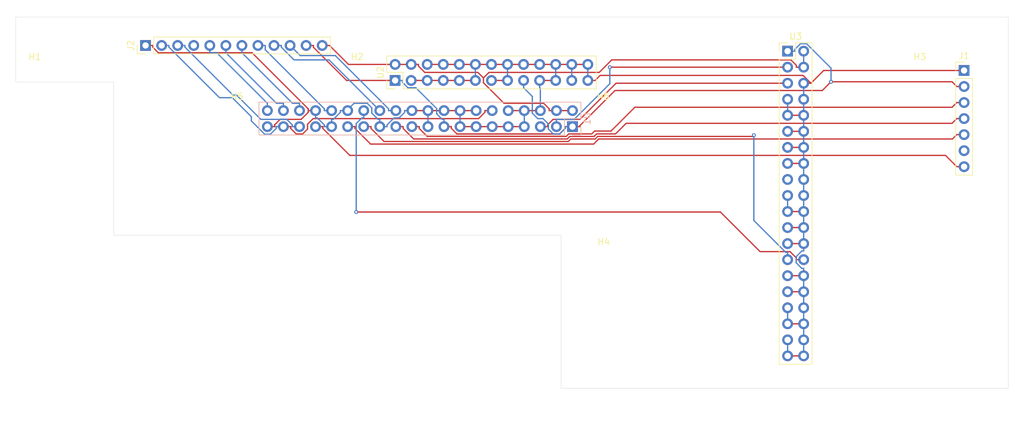
<source format=kicad_pcb>
(kicad_pcb (version 20241229) (generator "pcbnew") (generator_version "9.0")
  (layers (0 "F.Cu" signal) (4 "In1.Cu" signal) (6 "In2.Cu" signal) (2 "B.Cu" signal) (13 "F.Paste" user) (15 "B.Paste" user) (5 "F.SilkS" user "F.Silkscreen") (7 "B.SilkS" user "B.Silkscreen") (1 "F.Mask" user) (3 "B.Mask" user) (25 "Edge.Cuts" user))
  (net 0 "")
  (net 1 "/1")
  (net 2 "/2")
  (net 3 "GND")
  (net 4 "/3v3")
  (net 5 "/Power_LED")
  (net 6 "/Up")
  (net 7 "/5v")
  (net 8 "/Right")
  (net 9 "/Down")
  (net 10 "/LR_Clk")
  (net 11 "/D_In")
  (net 12 "/Left")
  (net 13 "/Start")
  (net 14 "/EEPROM SDA")
  (net 15 "/MCU SDA")
  (net 16 "/EEPROM SDL")
  (net 17 "/MCU SCL")
  (net 19 "/Volume_B")
  (net 20 "/Brightness_A")
  (net 21 "/Brightness_B")
  (net 22 "/Volume_A")
  (footprint "MountingHole:MountingHole_2.1mm" (layer "F.Cu") (at 60.9999 55.6999)
    (property "Reference" "H1" (at 0 3.3001 0) (layer "F.SilkS"))
    (property "Value" "MountingHole")
    (pad "" np_thru_hole circle (at 0 0) (size 2.1 2.1) (drill 2.1) (layers "*.Cu" "*.Mask"))
  )
  (footprint "Connector_PinHeader_2.54mm:PinHeader_2x13_P2.54mm_Vertical" (layer "F.Cu") (at 118 62.74 90)
    (property "Reference" "U2" (at 1.27 -2.33 90) (layer "F.SilkS"))
    (property "Value" "~")
    (fp_line (start 3.87 -1.33) (end 3.87 31.81) (stroke (width 0.12)) (layer "F.SilkS"))
    (fp_line (start 1.27 -1.33) (end 3.87 -1.33) (stroke (width 0.12)) (layer "F.SilkS"))
    (fp_line (start -1.33 -1.33) (end 0 -1.33) (stroke (width 0.12)) (layer "F.SilkS"))
    (fp_line (start -1.33 0) (end -1.33 -1.33) (stroke (width 0.12)) (layer "F.SilkS"))
    (fp_line (start 1.27 1.27) (end 1.27 -1.33) (stroke (width 0.12)) (layer "F.SilkS"))
    (fp_line (start -1.33 1.27) (end 1.27 1.27) (stroke (width 0.12)) (layer "F.SilkS"))
    (fp_line (start -1.33 1.27) (end -1.33 31.81) (stroke (width 0.12)) (layer "F.SilkS"))
    (fp_line (start -1.33 31.81) (end 3.87 31.81) (stroke (width 0.12)) (layer "F.SilkS"))
    (pad "1" thru_hole rect (at 0 0 90) (size 1.7 1.7) (drill 1) (layers "*.Cu" "*.Mask") (net 4 "/3v3"))
    (pad "2" thru_hole oval (at 2.54 0 90) (size 1.7 1.7) (drill 1) (layers "*.Cu" "*.Mask") (net 7 "/5v"))
    (pad "3" thru_hole oval (at 0 2.54 90) (size 1.7 1.7) (drill 1) (layers "*.Cu" "*.Mask") (net 3 "GND"))
    (pad "4" thru_hole oval (at 2.54 2.54 90) (size 1.7 1.7) (drill 1) (layers "*.Cu" "*.Mask") (net 7 "/5v"))
    (pad "5" thru_hole oval (at 0 5.08 90) (size 1.7 1.7) (drill 1) (layers "*.Cu" "*.Mask") (net 3 "GND"))
    (pad "6" thru_hole oval (at 2.54 5.08 90) (size 1.7 1.7) (drill 1) (layers "*.Cu" "*.Mask") (net 3 "GND"))
    (pad "7" thru_hole oval (at 0 7.62 90) (size 1.7 1.7) (drill 1) (layers "*.Cu" "*.Mask") (net 3 "GND"))
    (pad "8" thru_hole oval (at 2.54 7.62 90) (size 1.7 1.7) (drill 1) (layers "*.Cu" "*.Mask") (net 3 "GND"))
    (pad "9" thru_hole oval (at 0 10.16 90) (size 1.7 1.7) (drill 1) (layers "*.Cu" "*.Mask") (net 3 "GND"))
    (pad "10" thru_hole oval (at 2.54 10.16 90) (size 1.7 1.7) (drill 1) (layers "*.Cu" "*.Mask") (net 3 "GND"))
    (pad "11" thru_hole oval (at 0 12.7 90) (size 1.7 1.7) (drill 1) (layers "*.Cu" "*.Mask") (net 3 "GND"))
    (pad "12" thru_hole oval (at 2.54 12.7 90) (size 1.7 1.7) (drill 1) (layers "*.Cu" "*.Mask") (net 3 "GND"))
    (pad "13" thru_hole oval (at 0 15.24 90) (size 1.7 1.7) (drill 1) (layers "*.Cu" "*.Mask") (net 3 "GND"))
    (pad "14" thru_hole oval (at 2.54 15.24 90) (size 1.7 1.7) (drill 1) (layers "*.Cu" "*.Mask") (net 3 "GND"))
    (pad "15" thru_hole oval (at 0 17.78 90) (size 1.7 1.7) (drill 1) (layers "*.Cu" "*.Mask") (net 3 "GND"))
    (pad "16" thru_hole oval (at 2.54 17.78 90) (size 1.7 1.7) (drill 1) (layers "*.Cu" "*.Mask") (net 3 "GND"))
    (pad "17" thru_hole oval (at 0 20.32 90) (size 1.7 1.7) (drill 1) (layers "*.Cu" "*.Mask") (net 4 "/3v3"))
    (pad "18" thru_hole oval (at 2.54 20.32 90) (size 1.7 1.7) (drill 1) (layers "*.Cu" "*.Mask") (net 3 "GND"))
    (pad "19" thru_hole oval (at 0 22.86 90) (size 1.7 1.7) (drill 1) (layers "*.Cu" "*.Mask") (net 3 "GND"))
    (pad "20" thru_hole oval (at 2.54 22.86 90) (size 1.7 1.7) (drill 1) (layers "*.Cu" "*.Mask") (net 3 "GND"))
    (pad "21" thru_hole oval (at 0 25.4 90) (size 1.7 1.7) (drill 1) (layers "*.Cu" "*.Mask") (net 3 "GND"))
    (pad "22" thru_hole oval (at 2.54 25.4 90) (size 1.7 1.7) (drill 1) (layers "*.Cu" "*.Mask") (net 3 "GND"))
    (pad "23" thru_hole oval (at 0 27.94 90) (size 1.7 1.7) (drill 1) (layers "*.Cu" "*.Mask") (net 3 "GND"))
    (pad "24" thru_hole oval (at 2.54 27.94 90) (size 1.7 1.7) (drill 1) (layers "*.Cu" "*.Mask") (net 3 "GND"))
    (pad "25" thru_hole oval (at 0 30.48 90) (size 1.7 1.7) (drill 1) (layers "*.Cu" "*.Mask") (net 3 "GND"))
    (pad "26" thru_hole oval (at 2.54 30.48 90) (size 1.7 1.7) (drill 1) (layers "*.Cu" "*.Mask") (net 3 "GND"))
  )
  (footprint "MountingHole:MountingHole_2.1mm" (layer "F.Cu") (at 112 55.7)
    (property "Reference" "H2" (at 0 3.3 0) (layer "F.SilkS"))
    (property "Value" "MountingHole")
    (pad "" np_thru_hole circle (at 0 0) (size 2.1 2.1) (drill 2.1) (layers "*.Cu" "*.Mask"))
  )
  (footprint "Connector_PinHeader_2.54mm:PinHeader_2x20_P2.54mm_Vertical" (layer "F.Cu") (at 180.0835 58.1)
    (property "Reference" "U3" (at 1.27 -2.33 0) (layer "F.SilkS"))
    (property "Value" "~")
    (fp_line (start -1.33 -1.33) (end 0 -1.33) (stroke (width 0.12)) (layer "F.SilkS"))
    (fp_line (start -1.33 0) (end -1.33 -1.33) (stroke (width 0.12)) (layer "F.SilkS"))
    (fp_line (start -1.33 1.27) (end -1.33 49.59) (stroke (width 0.12)) (layer "F.SilkS"))
    (fp_line (start -1.33 1.27) (end 1.27 1.27) (stroke (width 0.12)) (layer "F.SilkS"))
    (fp_line (start -1.33 49.59) (end 3.87 49.59) (stroke (width 0.12)) (layer "F.SilkS"))
    (fp_line (start 1.27 -1.33) (end 3.87 -1.33) (stroke (width 0.12)) (layer "F.SilkS"))
    (fp_line (start 1.27 1.27) (end 1.27 -1.33) (stroke (width 0.12)) (layer "F.SilkS"))
    (fp_line (start 3.87 -1.33) (end 3.87 49.59) (stroke (width 0.12)) (layer "F.SilkS"))
    (pad "1" thru_hole rect (at 0 0) (size 1.7 1.7) (drill 1) (layers "*.Cu" "*.Mask") (net 4 "/3v3"))
    (pad "2" thru_hole oval (at 2.54 0) (size 1.7 1.7) (drill 1) (layers "*.Cu" "*.Mask") (net 7 "/5v"))
    (pad "3" thru_hole oval (at 0 2.54) (size 1.7 1.7) (drill 1) (layers "*.Cu" "*.Mask") (net 15 "/MCU SDA"))
    (pad "4" thru_hole oval (at 2.54 2.54) (size 1.7 1.7) (drill 1) (layers "*.Cu" "*.Mask") (net 7 "/5v"))
    (pad "5" thru_hole oval (at 0 5.08) (size 1.7 1.7) (drill 1) (layers "*.Cu" "*.Mask") (net 17 "/MCU SCL"))
    (pad "6" thru_hole oval (at 2.54 5.08) (size 1.7 1.7) (drill 1) (layers "*.Cu" "*.Mask") (net 3 "GND"))
    (pad "7" thru_hole oval (at 0 7.62) (size 1.7 1.7) (drill 1) (layers "*.Cu" "*.Mask") (net 3 "GND"))
    (pad "8" thru_hole oval (at 2.54 7.62) (size 1.7 1.7) (drill 1) (layers "*.Cu" "*.Mask") (net 3 "GND"))
    (pad "9" thru_hole oval (at 0 10.16) (size 1.7 1.7) (drill 1) (layers "*.Cu" "*.Mask") (net 3 "GND"))
    (pad "10" thru_hole oval (at 2.54 10.16) (size 1.7 1.7) (drill 1) (layers "*.Cu" "*.Mask") (net 3 "GND"))
    (pad "11" thru_hole oval (at 0 12.7) (size 1.7 1.7) (drill 1) (layers "*.Cu" "*.Mask") (net 3 "GND"))
    (pad "12" thru_hole oval (at 2.54 12.7) (size 1.7 1.7) (drill 1) (layers "*.Cu" "*.Mask") (net 3 "GND"))
    (pad "13" thru_hole oval (at 0 15.24) (size 1.7 1.7) (drill 1) (layers "*.Cu" "*.Mask") (net 3 "GND"))
    (pad "14" thru_hole oval (at 2.54 15.24) (size 1.7 1.7) (drill 1) (layers "*.Cu" "*.Mask") (net 3 "GND"))
    (pad "15" thru_hole oval (at 0 17.78) (size 1.7 1.7) (drill 1) (layers "*.Cu" "*.Mask") (net 3 "GND"))
    (pad "16" thru_hole oval (at 2.54 17.78) (size 1.7 1.7) (drill 1) (layers "*.Cu" "*.Mask") (net 3 "GND"))
    (pad "17" thru_hole oval (at 0 20.32) (size 1.7 1.7) (drill 1) (layers "*.Cu" "*.Mask"))
    (pad "18" thru_hole oval (at 2.54 20.32) (size 1.7 1.7) (drill 1) (layers "*.Cu" "*.Mask") (net 3 "GND"))
    (pad "19" thru_hole oval (at 0 22.86) (size 1.7 1.7) (drill 1) (layers "*.Cu" "*.Mask") (net 3 "GND"))
    (pad "20" thru_hole oval (at 2.54 22.86) (size 1.7 1.7) (drill 1) (layers "*.Cu" "*.Mask") (net 3 "GND"))
    (pad "21" thru_hole oval (at 0 25.4) (size 1.7 1.7) (drill 1) (layers "*.Cu" "*.Mask") (net 3 "GND"))
    (pad "22" thru_hole oval (at 2.54 25.4) (size 1.7 1.7) (drill 1) (layers "*.Cu" "*.Mask") (net 3 "GND"))
    (pad "23" thru_hole oval (at 0 27.94) (size 1.7 1.7) (drill 1) (layers "*.Cu" "*.Mask") (net 3 "GND"))
    (pad "24" thru_hole oval (at 2.54 27.94) (size 1.7 1.7) (drill 1) (layers "*.Cu" "*.Mask") (net 3 "GND"))
    (pad "25" thru_hole oval (at 0 30.48) (size 1.7 1.7) (drill 1) (layers "*.Cu" "*.Mask") (net 3 "GND"))
    (pad "26" thru_hole oval (at 2.54 30.48) (size 1.7 1.7) (drill 1) (layers "*.Cu" "*.Mask") (net 3 "GND"))
    (pad "27" thru_hole oval (at 0 33.02) (size 1.7 1.7) (drill 1) (layers "*.Cu" "*.Mask") (net 14 "/EEPROM SDA"))
    (pad "28" thru_hole oval (at 2.54 33.02) (size 1.7 1.7) (drill 1) (layers "*.Cu" "*.Mask") (net 16 "/EEPROM SDL"))
    (pad "29" thru_hole oval (at 0 35.56) (size 1.7 1.7) (drill 1) (layers "*.Cu" "*.Mask") (net 3 "GND"))
    (pad "30" thru_hole oval (at 2.54 35.56) (size 1.7 1.7) (drill 1) (layers "*.Cu" "*.Mask") (net 3 "GND"))
    (pad "31" thru_hole oval (at 0 38.1) (size 1.7 1.7) (drill 1) (layers "*.Cu" "*.Mask") (net 3 "GND"))
    (pad "32" thru_hole oval (at 2.54 38.1) (size 1.7 1.7) (drill 1) (layers "*.Cu" "*.Mask") (net 3 "GND"))
    (pad "33" thru_hole oval (at 0 40.64) (size 1.7 1.7) (drill 1) (layers "*.Cu" "*.Mask") (net 3 "GND"))
    (pad "34" thru_hole oval (at 2.54 40.64) (size 1.7 1.7) (drill 1) (layers "*.Cu" "*.Mask") (net 3 "GND"))
    (pad "35" thru_hole oval (at 0 43.18) (size 1.7 1.7) (drill 1) (layers "*.Cu" "*.Mask") (net 3 "GND"))
    (pad "36" thru_hole oval (at 2.54 43.18) (size 1.7 1.7) (drill 1) (layers "*.Cu" "*.Mask") (net 3 "GND"))
    (pad "37" thru_hole oval (at 0 45.72) (size 1.7 1.7) (drill 1) (layers "*.Cu" "*.Mask") (net 3 "GND"))
    (pad "38" thru_hole oval (at 2.54 45.72) (size 1.7 1.7) (drill 1) (layers "*.Cu" "*.Mask") (net 3 "GND"))
    (pad "39" thru_hole oval (at 0 48.26) (size 1.7 1.7) (drill 1) (layers "*.Cu" "*.Mask") (net 3 "GND"))
    (pad "40" thru_hole oval (at 2.54 48.26) (size 1.7 1.7) (drill 1) (layers "*.Cu" "*.Mask") (net 3 "GND"))
  )
  (footprint "Connector_PinHeader_2.54mm:PinHeader_1x12_P2.54mm_Vertical" (layer "F.Cu") (at 78.525 57.2 90)
    (property "Reference" "J2" (at 0 -2.33 90) (layer "F.SilkS"))
    (property "Value" "Conn_01x12_Pin")
    (fp_line (start -1.33 -1.33) (end 0 -1.33) (stroke (width 0.12)) (layer "F.SilkS"))
    (fp_line (start -1.33 0) (end -1.33 -1.33) (stroke (width 0.12)) (layer "F.SilkS"))
    (fp_line (start 1.33 1.27) (end 1.33 29.27) (stroke (width 0.12)) (layer "F.SilkS"))
    (fp_line (start -1.33 1.27) (end 1.33 1.27) (stroke (width 0.12)) (layer "F.SilkS"))
    (fp_line (start -1.33 1.27) (end -1.33 29.27) (stroke (width 0.12)) (layer "F.SilkS"))
    (fp_line (start -1.33 29.27) (end 1.33 29.27) (stroke (width 0.12)) (layer "F.SilkS"))
    (pad "1" thru_hole rect (at 0 0 90) (size 1.7 1.7) (drill 1) (layers "*.Cu" "*.Mask") (net 3 "GND"))
    (pad "2" thru_hole oval (at 0 2.54 90) (size 1.7 1.7) (drill 1) (layers "*.Cu" "*.Mask") (net 19 "/Volume_B"))
    (pad "3" thru_hole oval (at 0 5.08 90) (size 1.7 1.7) (drill 1) (layers "*.Cu" "*.Mask") (net 10 "/LR_Clk"))
    (pad "4" thru_hole oval (at 0 7.62 90) (size 1.7 1.7) (drill 1) (layers "*.Cu" "*.Mask") (net 22 "/Volume_A"))
    (pad "5" thru_hole oval (at 0 10.16 90) (size 1.7 1.7) (drill 1) (layers "*.Cu" "*.Mask") (net 11 "/D_In"))
    (pad "6" thru_hole oval (at 0 12.7 90) (size 1.7 1.7) (drill 1) (layers "*.Cu" "*.Mask") (net 6 "/Up"))
    (pad "7" thru_hole oval (at 0 15.24 90) (size 1.7 1.7) (drill 1) (layers "*.Cu" "*.Mask") (net 12 "/Left"))
    (pad "8" thru_hole oval (at 0 17.78 90) (size 1.7 1.7) (drill 1) (layers "*.Cu" "*.Mask") (net 8 "/Right"))
    (pad "9" thru_hole oval (at 0 20.32 90) (size 1.7 1.7) (drill 1) (layers "*.Cu" "*.Mask") (net 9 "/Down"))
    (pad "10" thru_hole oval (at 0 22.86 90) (size 1.7 1.7) (drill 1) (layers "*.Cu" "*.Mask") (net 5 "/Power_LED"))
    (pad "11" thru_hole oval (at 0 25.4 90) (size 1.7 1.7) (drill 1) (layers "*.Cu" "*.Mask") (net 4 "/3v3"))
    (pad "12" thru_hole oval (at 0 27.94 90) (size 1.7 1.7) (drill 1) (layers "*.Cu" "*.Mask") (net 7 "/5v"))
  )
  (footprint "Connector_PinHeader_2.54mm:PinHeader_1x07_P2.54mm_Vertical" (layer "F.Cu") (at 208 61.16)
    (property "Reference" "J1" (at 0 -2.33 0) (layer "F.SilkS"))
    (property "Value" "Conn_01x07_Pin")
    (fp_line (start -1.33 -1.33) (end 0 -1.33) (stroke (width 0.12)) (layer "F.SilkS"))
    (fp_line (start -1.33 0) (end -1.33 -1.33) (stroke (width 0.12)) (layer "F.SilkS"))
    (fp_line (start -1.33 1.27) (end -1.33 16.57) (stroke (width 0.12)) (layer "F.SilkS"))
    (fp_line (start -1.33 1.27) (end 1.33 1.27) (stroke (width 0.12)) (layer "F.SilkS"))
    (fp_line (start -1.33 16.57) (end 1.33 16.57) (stroke (width 0.12)) (layer "F.SilkS"))
    (fp_line (start 1.33 1.27) (end 1.33 16.57) (stroke (width 0.12)) (layer "F.SilkS"))
    (pad "1" thru_hole rect (at 0 0) (size 1.7 1.7) (drill 1) (layers "*.Cu" "*.Mask") (net 3 "GND"))
    (pad "2" thru_hole oval (at 0 2.54) (size 1.7 1.7) (drill 1) (layers "*.Cu" "*.Mask") (net 4 "/3v3"))
    (pad "3" thru_hole oval (at 0 5.08) (size 1.7 1.7) (drill 1) (layers "*.Cu" "*.Mask") (net 13 "/Start"))
    (pad "4" thru_hole oval (at 0 7.62) (size 1.7 1.7) (drill 1) (layers "*.Cu" "*.Mask") (net 2 "/2"))
    (pad "5" thru_hole oval (at 0 10.16) (size 1.7 1.7) (drill 1) (layers "*.Cu" "*.Mask") (net 1 "/1"))
    (pad "6" thru_hole oval (at 0 12.7) (size 1.7 1.7) (drill 1) (layers "*.Cu" "*.Mask") (net 21 "/Brightness_B"))
    (pad "7" thru_hole oval (at 0 15.24) (size 1.7 1.7) (drill 1) (layers "*.Cu" "*.Mask") (net 20 "/Brightness_A"))
  )
  (footprint "MountingHole:MountingHole_2.5mm" (layer "F.Cu") (at 151 91.8)
    (property "Reference" "H4" (at 0 -3.5 0) (layer "F.SilkS"))
    (property "Value" "MountingHole")
    (pad "" np_thru_hole circle (at 0 0) (size 2.5 2.5) (drill 2.5) (layers "*.Cu" "*.Mask"))
  )
  (footprint "MountingHole:MountingHole_2.5mm" (layer "F.Cu") (at 150.9 68.8)
    (property "Reference" "H6" (at 0 -3.5 0) (layer "F.SilkS"))
    (property "Value" "MountingHole")
    (pad "" np_thru_hole circle (at 0 0) (size 2.5 2.5) (drill 2.5) (layers "*.Cu" "*.Mask"))
  )
  (footprint "MountingHole:MountingHole_2.1mm" (layer "F.Cu") (at 201 55.7)
    (property "Reference" "H3" (at 0 3.3 0) (layer "F.SilkS"))
    (property "Value" "MountingHole")
    (pad "" np_thru_hole circle (at 0 0) (size 2.1 2.1) (drill 2.1) (layers "*.Cu" "*.Mask"))
  )
  (footprint "MountingHole:MountingHole_2.5mm" (layer "F.Cu") (at 93 68.8)
    (property "Reference" "H5" (at 0 -3.5 0) (layer "F.SilkS"))
    (property "Value" "MountingHole")
    (pad "" np_thru_hole circle (at 0 0) (size 2.5 2.5) (drill 2.5) (layers "*.Cu" "*.Mask"))
  )
  (footprint "Connector_PinHeader_2.54mm:PinHeader_2x20_P2.54mm_Vertical" (layer "B.Cu") (at 146.0541 70.054 90)
    (property "Reference" "U1" (at 1.27 2.33 90) (layer "B.SilkS") (effects (justify mirror)))
    (property "Value" "~")
    (fp_line (start 3.87 -49.59) (end -1.33 -49.59) (stroke (width 0.12)) (layer "B.SilkS"))
    (fp_line (start 3.87 -49.59) (end 3.87 1.33) (stroke (width 0.12)) (layer "B.SilkS"))
    (fp_line (start -1.33 -49.59) (end -1.33 -1.27) (stroke (width 0.12)) (layer "B.SilkS"))
    (fp_line (start 1.27 -1.27) (end -1.33 -1.27) (stroke (width 0.12)) (layer "B.SilkS"))
    (fp_line (start 3.87 1.33) (end 1.27 1.33) (stroke (width 0.12)) (layer "B.SilkS"))
    (fp_line (start 1.27 1.33) (end 1.27 -1.27) (stroke (width 0.12)) (layer "B.SilkS"))
    (fp_line (start 0 1.33) (end -1.33 1.33) (stroke (width 0.12)) (layer "B.SilkS"))
    (fp_line (start -1.33 1.33) (end -1.33 0) (stroke (width 0.12)) (layer "B.SilkS"))
    (pad "1" thru_hole rect (at 0 0 90) (size 1.7 1.7) (drill 1) (layers "*.Cu" "*.Mask") (net 4 "/3v3"))
    (pad "2" thru_hole oval (at 2.54 0 90) (size 1.7 1.7) (drill 1) (layers "*.Cu" "*.Mask") (net 7 "/5v"))
    (pad "3" thru_hole oval (at 0 -2.54 90) (size 1.7 1.7) (drill 1) (layers "*.Cu" "*.Mask") (net 15 "/MCU SDA"))
    (pad "4" thru_hole oval (at 2.54 -2.54 90) (size 1.7 1.7) (drill 1) (layers "*.Cu" "*.Mask") (net 7 "/5v"))
    (pad "5" thru_hole oval (at 0 -5.08 90) (size 1.7 1.7) (drill 1) (layers "*.Cu" "*.Mask") (net 17 "/MCU SCL"))
    (pad "6" thru_hole oval (at 2.54 -5.08 90) (size 1.7 1.7) (drill 1) (layers "*.Cu" "*.Mask") (net 3 "GND"))
    (pad "7" thru_hole oval (at 0 -7.62 90) (size 1.7 1.7) (drill 1) (layers "*.Cu" "*.Mask") (net 3 "GND"))
    (pad "8" thru_hole oval (at 2.54 -7.62 90) (size 1.7 1.7) (drill 1) (layers "*.Cu" "*.Mask") (net 3 "GND"))
    (pad "9" thru_hole oval (at 0 -10.16 90) (size 1.7 1.7) (drill 1) (layers "*.Cu" "*.Mask") (net 3 "GND"))
    (pad "10" thru_hole oval (at 2.54 -10.16 90) (size 1.7 1.7) (drill 1) (layers "*.Cu" "*.Mask") (net 3 "GND"))
    (pad "11" thru_hole oval (at 0 -12.7 90) (size 1.7 1.7) (drill 1) (layers "*.Cu" "*.Mask") (net 3 "GND"))
    (pad "12" thru_hole oval (at 2.54 -12.7 90) (size 1.7 1.7) (drill 1) (layers "*.Cu" "*.Mask") (net 19 "/Volume_B"))
    (pad "13" thru_hole oval (at 0 -15.24 90) (size 1.7 1.7) (drill 1) (layers "*.Cu" "*.Mask") (net 3 "GND"))
    (pad "14" thru_hole oval (at 2.54 -15.24 90) (size 1.7 1.7) (drill 1) (layers "*.Cu" "*.Mask") (net 3 "GND"))
    (pad "15" thru_hole oval (at 0 -17.78 90) (size 1.7 1.7) (drill 1) (layers "*.Cu" "*.Mask") (net 3 "GND"))
    (pad "16" thru_hole oval (at 2.54 -17.78 90) (size 1.7 1.7) (drill 1) (layers "*.Cu" "*.Mask") (net 3 "GND"))
    (pad "17" thru_hole oval (at 0 -20.32 90) (size 1.7 1.7) (drill 1) (layers "*.Cu" "*.Mask") (net 4 "/3v3"))
    (pad "18" thru_hole oval (at 2.54 -20.32 90) (size 1.7 1.7) (drill 1) (layers "*.Cu" "*.Mask") (net 3 "GND"))
    (pad "19" thru_hole oval (at 0 -22.86 90) (size 1.7 1.7) (drill 1) (layers "*.Cu" "*.Mask") (net 3 "GND"))
    (pad "20" thru_hole oval (at 2.54 -22.86 90) (size 1.7 1.7) (drill 1) (layers "*.Cu" "*.Mask") (net 3 "GND"))
    (pad "21" thru_hole oval (at 0 -25.4 90) (size 1.7 1.7) (drill 1) (layers "*.Cu" "*.Mask") (net 13 "/Start"))
    (pad "22" thru_hole oval (at 2.54 -25.4 90) (size 1.7 1.7) (drill 1) (layers "*.Cu" "*.Mask") (net 3 "GND"))
    (pad "23" thru_hole oval (at 0 -27.94 90) (size 1.7 1.7) (drill 1) (layers "*.Cu" "*.Mask") (net 2 "/2"))
    (pad "24" thru_hole oval (at 2.54 -27.94 90) (size 1.7 1.7) (drill 1) (layers "*.Cu" "*.Mask") (net 5 "/Power_LED"))
    (pad "25" thru_hole oval (at 0 -30.48 90) (size 1.7 1.7) (drill 1) (layers "*.Cu" "*.Mask") (net 3 "GND"))
    (pad "26" thru_hole oval (at 2.54 -30.48 90) (size 1.7 1.7) (drill 1) (layers "*.Cu" "*.Mask") (net 9 "/Down"))
    (pad "27" thru_hole oval (at 0 -33.02 90) (size 1.7 1.7) (drill 1) (layers "*.Cu" "*.Mask") (net 14 "/EEPROM SDA"))
    (pad "28" thru_hole oval (at 2.54 -33.02 90) (size 1.7 1.7) (drill 1) (layers "*.Cu" "*.Mask") (net 16 "/EEPROM SDL"))
    (pad "29" thru_hole oval (at 0 -35.56 90) (size 1.7 1.7) (drill 1) (layers "*.Cu" "*.Mask") (net 1 "/1"))
    (pad "30" thru_hole oval (at 2.54 -35.56 90) (size 1.7 1.7) (drill 1) (layers "*.Cu" "*.Mask") (net 3 "GND"))
    (pad "31" thru_hole oval (at 0 -38.1 90) (size 1.7 1.7) (drill 1) (layers "*.Cu" "*.Mask") (net 3 "GND"))
    (pad "32" thru_hole oval (at 2.54 -38.1 90) (size 1.7 1.7) (drill 1) (layers "*.Cu" "*.Mask") (net 8 "/Right"))
    (pad "33" thru_hole oval (at 0 -40.64 90) (size 1.7 1.7) (drill 1) (layers "*.Cu" "*.Mask") (net 20 "/Brightness_A"))
    (pad "34" thru_hole oval (at 2.54 -40.64 90) (size 1.7 1.7) (drill 1) (layers "*.Cu" "*.Mask") (net 3 "GND"))
    (pad "35" thru_hole oval (at 0 -43.18 90) (size 1.7 1.7) (drill 1) (layers "*.Cu" "*.Mask") (net 10 "/LR_Clk"))
    (pad "36" thru_hole oval (at 2.54 -43.18 90) (size 1.7 1.7) (drill 1) (layers "*.Cu" "*.Mask") (net 12 "/Left"))
    (pad "37" thru_hole oval (at 0 -45.72 90) (size 1.7 1.7) (drill 1) (layers "*.Cu" "*.Mask") (net 19 "/Volume_B"))
    (pad "38" thru_hole oval (at 2.54 -45.72 90) (size 1.7 1.7) (drill 1) (layers "*.Cu" "*.Mask") (net 6 "/Up"))
    (pad "39" thru_hole oval (at 0 -48.26 90) (size 1.7 1.7) (drill 1) (layers "*.Cu" "*.Mask") (net 3 "GND"))
    (pad "40" thru_hole oval (at 2.54 -48.26 90) (size 1.7 1.7) (drill 1) (layers "*.Cu" "*.Mask") (net 11 "/D_In"))
  )
  (gr_line (start 215 52.7) (end 215 111.5) (stroke (width 0.05)) (layer "Edge.Cuts"))
  (gr_line (start 73.5 87.25) (end 144.250111 87.25) (stroke (width 0.05)) (layer "Edge.Cuts"))
  (gr_line (start 144.250111 87.25) (end 144.25 111.5) (stroke (width 0.05)) (layer "Edge.Cuts"))
  (gr_line (start 73.5 63) (end 73.5 87.25) (stroke (width 0.05)) (layer "Edge.Cuts"))
  (gr_line (start 57.9999 52.7002) (end 215 52.7) (stroke (width 0.05)) (layer "Edge.Cuts"))
  (gr_line (start 215 111.5) (end 144.25 111.5) (stroke (width 0.05)) (layer "Edge.Cuts"))
  (gr_line (start 57.9999 52.7002) (end 57.9999 63) (stroke (width 0.05)) (layer "Edge.Cuts"))
  (gr_line (start 57.9999 63) (end 73.5 63) (stroke (width 0.05)) (layer "Edge.Cuts"))
  (segment (start 111.6458 70.054) (end 111.6458 70.3419) (width 0.2) (layer "F.Cu") (net 1))
  (segment (start 111.6458 70.3419) (end 114.1164 72.8125) (width 0.2) (layer "F.Cu") (net 1))
  (segment (start 208 71.32) (end 206.8483 71.32) (width 0.2) (layer "F.Cu") (net 1))
  (segment (start 114.1164 72.8125) (end 149.3974 72.8125) (width 0.2) (layer "F.Cu") (net 1))
  (segment (start 149.3974 72.8125) (end 150.1993 72.0106) (width 0.2) (layer "F.Cu") (net 1))
  (segment (start 206.1577 72.0106) (end 206.8483 71.32) (width 0.2) (layer "F.Cu") (net 1))
  (segment (start 110.4941 70.054) (end 111.6458 70.054) (width 0.2) (layer "F.Cu") (net 1))
  (segment (start 150.1993 72.0106) (end 206.1577 72.0106) (width 0.2) (layer "F.Cu") (net 1))
  (segment (start 119.2658 70.054) (end 119.2658 70.342) (width 0.2) (layer "F.Cu") (net 2))
  (segment (start 118.1141 70.054) (end 119.2658 70.054) (width 0.2) (layer "F.Cu") (net 2))
  (segment (start 206.0983 69.53) (end 206.8483 68.78) (width 0.2) (layer "F.Cu") (net 2))
  (segment (start 208 68.78) (end 206.8483 68.78) (width 0.2) (layer "F.Cu") (net 2))
  (segment (start 152.8679 71.2058) (end 154.5437 69.53) (width 0.2) (layer "F.Cu") (net 2))
  (segment (start 145.6273 71.6074) (end 149.4665 71.6074) (width 0.2) (layer "F.Cu") (net 2))
  (segment (start 154.5437 69.53) (end 206.0983 69.53) (width 0.2) (layer "F.Cu") (net 2))
  (segment (start 145.2256 72.0091) (end 145.6273 71.6074) (width 0.2) (layer "F.Cu") (net 2))
  (segment (start 119.2658 70.342) (end 120.9329 72.0091) (width 0.2) (layer "F.Cu") (net 2))
  (segment (start 120.9329 72.0091) (end 145.2256 72.0091) (width 0.2) (layer "F.Cu") (net 2))
  (segment (start 149.4665 71.6074) (end 149.8681 71.2058) (width 0.2) (layer "F.Cu") (net 2))
  (segment (start 149.8681 71.2058) (end 152.8679 71.2058) (width 0.2) (layer "F.Cu") (net 2))
  (segment (start 105.4141 67.514) (end 104.2624 67.514) (width 0.2) (layer "F.Cu") (net 3))
  (segment (start 120.6541 67.514) (end 123.1941 67.514) (width 0.2) (layer "F.Cu") (net 3))
  (segment (start 78.525 57.2) (end 79.6767 57.2) (width 0.2) (layer "F.Cu") (net 3))
  (segment (start 130.7 62.74) (end 128.16 62.74) (width 0.2) (layer "F.Cu") (net 3))
  (segment (start 182.6235 75.88) (end 180.0835 75.88) (width 0.2) (layer "F.Cu") (net 3))
  (segment (start 79.6767 57.488) (end 80.5404 58.3517) (width 0.2) (layer "F.Cu") (net 3))
  (segment (start 182.4792 61.9422) (end 150.4295 61.9422) (width 0.2) (layer "F.Cu") (net 3))
  (segment (start 125.62 60.2) (end 128.16 60.2) (width 0.2) (layer "F.Cu") (net 3))
  (segment (start 123.08 62.74) (end 120.54 62.74) (width 0.2) (layer "F.Cu") (net 3))
  (segment (start 182.6235 73.34) (end 180.0835 73.34) (width 0.2) (layer "F.Cu") (net 3))
  (segment (start 185.7952 61.16) (end 183.7752 63.18) (width 0.2) (layer "F.Cu") (net 3))
  (segment (start 133.3541 70.054) (end 135.8941 70.054) (width 0.2) (layer "F.Cu") (net 3))
  (segment (start 98.9458 69.766) (end 99.8095 68.9023) (width 0.2) (layer "F.Cu") (net 3))
  (segment (start 208 61.16) (end 185.7952 61.16) (width 0.2) (layer "F.Cu") (net 3))
  (segment (start 128.16 62.74) (end 125.62 62.74) (width 0.2) (layer "F.Cu") (net 3))
  (segment (start 135.78 60.2) (end 133.24 60.2) (width 0.2) (layer "F.Cu") (net 3))
  (segment (start 128.2741 70.054) (end 130.8141 70.054) (width 0.2) (layer "F.Cu") (net 3))
  (segment (start 143.4 60.2) (end 140.86 60.2) (width 0.2) (layer "F.Cu") (net 3))
  (segment (start 148.48 62.74) (end 149.6317 62.74) (width 0.2) (layer "F.Cu") (net 3))
  (segment (start 183.7752 63.18) (end 182.625 62.0298) (width 0.2) (layer "F.Cu") (net 3))
  (segment (start 123.08 60.2) (end 125.62 60.2) (width 0.2) (layer "F.Cu") (net 3))
  (segment (start 125.7341 67.514) (end 128.2741 67.514) (width 0.2) (layer "F.Cu") (net 3))
  (segment (start 150.4295 61.9422) (end 149.6317 62.74) (width 0.2) (layer "F.Cu") (net 3))
  (segment (start 98.9458 70.054) (end 98.9458 69.766) (width 0.2) (layer "F.Cu") (net 3))
  (segment (start 145.94 60.2) (end 143.4 60.2) (width 0.2) (layer "F.Cu") (net 3))
  (segment (start 182.6235 88.58) (end 180.0835 88.58) (width 0.2) (layer "F.Cu") (net 3))
  (segment (start 182.625 62.0298) (end 182.5668 62.0298) (width 0.2) (layer "F.Cu") (net 3))
  (segment (start 135.78 62.74) (end 133.24 62.74) (width 0.2) (layer "F.Cu") (net 3))
  (segment (start 125.62 62.74) (end 123.08 62.74) (width 0.2) (layer "F.Cu") (net 3))
  (segment (start 182.6235 101.28) (end 180.0835 101.28) (width 0.2) (layer "F.Cu") (net 3))
  (segment (start 128.2741 67.514) (end 130.8141 67.514) (width 0.2) (layer "F.Cu") (net 3))
  (segment (start 123.1941 67.514) (end 125.7341 67.514) (width 0.2) (layer "F.Cu") (net 3))
  (segment (start 99.8095 68.9023) (end 103.1385 68.9023) (width 0.2) (layer "F.Cu") (net 3))
  (segment (start 130.7 60.2) (end 128.16 60.2) (width 0.2) (layer "F.Cu") (net 3))
  (segment (start 135.8941 70.054) (end 138.4341 70.054) (width 0.2) (layer "F.Cu") (net 3))
  (segment (start 182.6235 93.66) (end 180.0835 93.66) (width 0.2) (layer "F.Cu") (net 3))
  (segment (start 182.6235 86.04) (end 180.0835 86.04) (width 0.2) (layer "F.Cu") (net 3))
  (segment (start 148.48 60.2) (end 145.94 60.2) (width 0.2) (layer "F.Cu") (net 3))
  (segment (start 182.6235 83.5) (end 180.0835 83.5) (width 0.2) (layer "F.Cu") (net 3))
  (segment (start 182.5668 62.0298) (end 182.4792 61.9422) (width 0.2) (layer "F.Cu") (net 3))
  (segment (start 79.6767 57.2) (end 79.6767 57.488) (width 0.2) (layer "F.Cu") (net 3))
  (segment (start 140.86 60.2) (end 138.32 60.2) (width 0.2) (layer "F.Cu") (net 3))
  (segment (start 138.32 60.2) (end 135.78 60.2) (width 0.2) (layer "F.Cu") (net 3))
  (segment (start 135.8941 67.514) (end 138.4341 67.514) (width 0.2) (layer "F.Cu") (net 3))
  (segment (start 104.2624 67.2455) (end 104.2624 67.514) (width 0.2) (layer "F.Cu") (net 3))
  (segment (start 182.6235 70.8) (end 180.0835 70.8) (width 0.2) (layer "F.Cu") (net 3))
  (segment (start 182.6235 106.36) (end 180.0835 106.36) (width 0.2) (layer "F.Cu") (net 3))
  (segment (start 182.6235 63.18) (end 183.7752 63.18) (width 0.2) (layer "F.Cu") (net 3))
  (segment (start 104.2624 67.7784) (end 104.2624 67.514) (width 0.2) (layer "F.Cu") (net 3))
  (segment (start 143.4 62.74) (end 140.86 62.74) (width 0.2) (layer "F.Cu") (net 3))
  (segment (start 182.6235 68.26) (end 180.0835 68.26) (width 0.2) (layer "F.Cu") (net 3))
  (segment (start 103.1385 68.9023) (end 104.2624 67.7784) (width 0.2) (layer "F.Cu") (net 3))
  (segment (start 95.3686 58.3517) (end 104.2624 67.2455) (width 0.2) (layer "F.Cu") (net 3))
  (segment (start 97.7941 70.054) (end 98.9458 70.054) (width 0.2) (layer "F.Cu") (net 3))
  (segment (start 180.0835 96.2) (end 182.6235 96.2) (width 0.2) (layer "F.Cu") (net 3))
  (segment (start 138.4341 67.514) (end 140.9741 67.514) (width 0.2) (layer "F.Cu") (net 3))
  (segment (start 130.8141 70.054) (end 133.3541 70.054) (width 0.2) (layer "F.Cu") (net 3))
  (segment (start 80.5404 58.3517) (end 95.3686 58.3517) (width 0.2) (layer "F.Cu") (net 3))
  (segment (start 133.24 60.2) (end 130.7 60.2) (width 0.2) (layer "F.Cu") (net 3))
  (segment (start 182.6235 89.1558) (end 182.6235 88.58) (width 0.2) (layer "B.Cu") (net 3))
  (segment (start 181.4329 90.6538) (end 182.355 89.7317) (width 0.2) (layer "B.Cu") (net 3))
  (segment (start 180.0835 83.5) (end 180.0835 80.96) (width 0.2) (layer "B.Cu") (net 3))
  (segment (start 115.3056 68.9023) (end 115.5741 68.9023) (width 0.2) (layer "B.Cu") (net 3))
  (segment (start 109.3424 67.7825) (end 109.3424 67.514) (width 0.2) (layer "B.Cu") (net 3))
  (segment (start 109.9183 67.514) (end 110.1929 67.514) (width 0.2) (layer "B.Cu") (net 3))
  (segment (start 138.4341 70.054) (end 138.4341 67.514) (width 0.2) (layer "B.Cu") (net 3))
  (segment (start 119.5024 67.514) (end 119.5024 67.802) (width 0.2) (layer "B.Cu") (net 3))
  (segment (start 182.6235 96.2) (end 182.6235 93.66) (width 0.2) (layer "B.Cu") (net 3))
  (segment (start 182.6235 73.34) (end 182.6235 70.8) (width 0.2) (layer "B.Cu") (net 3))
  (segment (start 182.6235 89.1558) (end 182.6235 89.7317) (width 0.2) (layer "B.Cu") (net 3))
  (segment (start 128.2741 67.514) (end 128.2741 70.054) (width 0.2) (layer "B.Cu") (net 3))
  (segment (start 182.6235 88.58) (end 182.6235 86.04) (width 0.2) (layer "B.Cu") (net 3))
  (segment (start 182.6235 83.5) (end 182.6235 80.96) (width 0.2) (layer "B.Cu") (net 3))
  (segment (start 107.9541 70.054) (end 106.8024 70.054) (width 0.2) (layer "B.Cu") (net 3))
  (segment (start 182.6235 70.8) (end 182.6235 68.26) (width 0.2) (layer "B.Cu") (net 3))
  (segment (start 182.6235 75.88) (end 182.6235 73.34) (width 0.2) (layer "B.Cu") (net 3))
  (segment (start 140.86 62.74) (end 140.86 63.8917) (width 0.2) (layer "B.Cu") (net 3))
  (segment (start 182.6235 80.96) (end 182.6235 78.42) (width 0.2) (layer "B.Cu") (net 3))
  (segment (start 182.6235 68.26) (end 182.6235 65.72) (width 0.2) (layer "B.Cu") (net 3))
  (segment (start 180.0835 98.74) (end 180.0835 101.28) (width 0.2) (layer "B.Cu") (net 3))
  (segment (start 182.6235 93.66) (end 182.6235 92.5083) (width 0.2) (layer "B.Cu") (net 3))
  (segment (start 119.5024 67.802) (end 118.6387 68.6657) (width 0.2) (layer "B.Cu") (net 3))
  (segment (start 182.6235 103.82) (end 182.6235 101.28) (width 0.2) (layer "B.Cu") (net 3))
  (segment (start 105.4141 67.514) (end 105.4141 68.6657) (width 0.2) (layer "B.Cu") (net 3))
  (segment (start 182.6235 65.72) (end 182.6235 63.18) (width 0.2) (layer "B.Cu") (net 3))
  (segment (start 140.9741 67.514) (end 140.9741 64.0058) (width 0.2) (layer "B.Cu") (net 3))
  (segment (start 109.9183 67.514) (end 109.3424 67.514) (width 0.2) (layer "B.Cu") (net 3))
  (segment (start 182.6235 86.04) (end 182.6235 83.5) (width 0.2) (layer "B.Cu") (net 3))
  (segment (start 114.3041 67.0705) (end 114.3041 67.9008) (width 0.2) (layer "B.Cu") (net 3))
  (segment (start 143.4 60.2) (end 143.4 62.74) (width 0.2) (layer "B.Cu") (net 3))
  (segment (start 110.3435 67.514) (end 110.1929 67.514) (width 0.2) (layer "B.Cu") (net 3))
  (segment (start 180.0835 103.82) (end 180.0835 106.36) (width 0.2) (layer "B.Cu") (net 3))
  (segment (start 182.6235 106.36) (end 182.6235 103.82) (width 0.2) (layer "B.Cu") (net 3))
  (segment (start 182.6235 101.28) (end 182.6235 98.74) (width 0.2) (layer "B.Cu") (net 3))
  (segment (start 107.9541 68.9023) (end 108.2226 68.9023) (width 0.2) (layer "B.Cu") (net 3))
  (segment (start 181.4329 91.6056) (end 181.4329 90.6538) (width 0.2) (layer "B.Cu") (net 3))
  (segment (start 130.7 60.2) (end 130.7 62.74) (width 0.2) (layer "B.Cu") (net 3))
  (segment (start 182.6235 92.5083) (end 182.3356 92.5083) (width 0.2) (layer "B.Cu") (net 3))
  (segment (start 113.5925 66.3589) (end 114.3041 67.0705) (width 0.2) (layer "B.Cu") (net 3))
  (segment (start 117.8456 68.6657) (end 116.7258 69.7855) (width 0.2) (layer "B.Cu") (net 3))
  (segment (start 111.4986 66.3589) (end 113.5925 66.3589) (width 0.2) (layer "B.Cu") (net 3))
  (segment (start 110.3435 67.514) (end 111.4986 66.3589) (width 0.2) (layer "B.Cu") (net 3))
  (segment (start 116.7258 69.7855) (end 116.7258 70.054) (width 0.2) (layer "B.Cu") (net 3))
  (segment (start 140.9741 64.0058) (end 140.86 63.8917) (width 0.2) (layer "B.Cu") (net 3))
  (segment (start 115.5741 70.054) (end 115.5741 68.9023) (width 0.2) (layer "B.Cu") (net 3))
  (segment (start 135.78 60.2) (end 135.78 62.74) (width 0.2) (layer "B.Cu") (net 3))
  (segment (start 108.2226 68.9023) (end 109.3424 67.7825) (width 0.2) (layer "B.Cu") (net 3))
  (segment (start 105.4141 68.6657) (end 105.6826 68.6657) (width 0.2) (layer "B.Cu") (net 3))
  (segment (start 182.355 89.7317) (end 182.6235 89.7317) (width 0.2) (layer "B.Cu") (net 3))
  (segment (start 120.6541 67.514) (end 119.5024 67.514) (width 0.2) (layer "B.Cu") (net 3))
  (segment (start 182.3356 92.5083) (end 181.4329 91.6056) (width 0.2) (layer "B.Cu") (net 3))
  (segment (start 180.0835 68.26) (end 180.0835 65.72) (width 0.2) (layer "B.Cu") (net 3))
  (segment (start 145.94 60.2) (end 145.94 62.74) (width 0.2) (layer "B.Cu") (net 3))
  (segment (start 107.9541 70.054) (end 107.9541 68.9023) (width 0.2) (layer "B.Cu") (net 3))
  (segment (start 182.6235 98.74) (end 182.6235 96.2) (width 0.2) (layer "B.Cu") (net 3))
  (segment (start 105.6826 68.6657) (end 106.8024 69.7855) (width 0.2) (layer "B.Cu") (net 3))
  (segment (start 115.5741 70.054) (end 116.7258 70.054) (width 0.2) (layer "B.Cu") (net 3))
  (segment (start 114.3041 67.9008) (end 115.3056 68.9023) (width 0.2) (layer "B.Cu") (net 3))
  (segment (start 123.1941 67.514) (end 123.1941 70.054) (width 0.2) (layer "B.Cu") (net 3))
  (segment (start 118.6387 68.6657) (end 117.8456 68.6657) (width 0.2) (layer "B.Cu") (net 3))
  (segment (start 106.8024 69.7855) (end 106.8024 70.054) (width 0.2) (layer "B.Cu") (net 3))
  (segment (start 148.48 60.2) (end 148.48 62.74) (width 0.2) (layer "B.Cu") (net 3))
  (segment (start 110.4941 67.514) (end 110.3435 67.514) (width 0.2) (layer "B.Cu") (net 3))
  (segment (start 182.6235 78.42) (end 182.6235 75.88) (width 0.2) (layer "B.Cu") (net 3))
  (segment (start 127.769 71.2057) (end 126.8858 70.3225) (width 0.2) (layer "F.Cu") (net 4))
  (segment (start 206.8483 63.7) (end 206.0988 62.9505) (width 0.2) (layer "F.Cu") (net 4))
  (segment (start 126.8858 70.3225) (end 126.8858 70.054) (width 0.2) (layer "F.Cu") (net 4))
  (segment (start 144.9024 70.3186) (end 144.0153 71.2057) (width 0.2) (layer "F.Cu") (net 4))
  (segment (start 144.0153 71.2057) (end 127.769 71.2057) (width 0.2) (layer "F.Cu") (net 4))
  (segment (start 146.0541 70.054) (end 147.2058 70.054) (width 0.2) (layer "F.Cu") (net 4))
  (segment (start 208 63.7) (end 206.8483 63.7) (width 0.2) (layer "F.Cu") (net 4))
  (segment (start 206.0988 62.9505) (end 186.9508 62.9505) (width 0.2) (layer "F.Cu") (net 4))
  (segment (start 147.2058 69.9133) (end 152.7874 64.3317) (width 0.2) (layer "F.Cu") (net 4))
  (segment (start 105.0767 57.4879) (end 110.3288 62.74) (width 0.2) (layer "F.Cu") (net 4))
  (segment (start 152.7874 64.3317) (end 185.5696 64.3317) (width 0.2) (layer "F.Cu") (net 4))
  (segment (start 110.3288 62.74) (end 118 62.74) (width 0.2) (layer "F.Cu") (net 4))
  (segment (start 103.925 57.2) (end 105.0767 57.2) (width 0.2) (layer "F.Cu") (net 4))
  (segment (start 145.4783 70.054) (end 146.0541 70.054) (width 0.2) (layer "F.Cu") (net 4))
  (segment (start 105.0767 57.2) (end 105.0767 57.4879) (width 0.2) (layer "F.Cu") (net 4))
  (segment (start 147.2058 70.054) (end 147.2058 69.9133) (width 0.2) (layer "F.Cu") (net 4))
  (segment (start 145.4783 70.054) (end 144.9024 70.054) (width 0.2) (layer "F.Cu") (net 4))
  (segment (start 144.9024 70.054) (end 144.9024 70.3186) (width 0.2) (layer "F.Cu") (net 4))
  (segment (start 125.7341 70.054) (end 126.8858 70.054) (width 0.2) (layer "F.Cu") (net 4))
  (segment (start 185.5696 64.3317) (end 186.9508 62.9505) (width 0.2) (layer "F.Cu") (net 4))
  (via (at 186.9508 62.9505) (size 0.6) (drill 0.3) (layers "F.Cu" "B.Cu") (net 4))
  (segment (start 181.2352 58.1) (end 181.2352 57.8121) (width 0.2) (layer "B.Cu") (net 4))
  (segment (start 124.5824 68.0386) (end 124.5824 67.2047) (width 0.2) (layer "B.Cu") (net 4))
  (segment (start 183.0819 56.9231) (end 186.9508 60.792) (width 0.2) (layer "B.Cu") (net 4))
  (segment (start 141.3924 68.784) (end 140.5557 68.784) (width 0.2) (layer "B.Cu") (net 4))
  (segment (start 120.0154 63.8917) (end 119.1517 63.028) (width 0.2) (layer "B.Cu") (net 4))
  (segment (start 121.2694 63.8917) (end 120.0154 63.8917) (width 0.2) (layer "B.Cu") (net 4))
  (segment (start 181.2352 57.8121) (end 182.1242 56.9231) (width 0.2) (layer "B.Cu") (net 4))
  (segment (start 124.5824 67.2047) (end 121.2694 63.8917) (width 0.2) (layer "B.Cu") (net 4))
  (segment (start 125.4461 68.9023) (end 124.5824 68.0386) (width 0.2) (layer "B.Cu") (net 4))
  (segment (start 139.7041 65.2758) (end 138.32 63.8917) (width 0.2) (layer "B.Cu") (net 4))
  (segment (start 144.0093 71.235) (end 143.0421 71.235) (width 0.2) (layer "B.Cu") (net 4))
  (segment (start 143.0421 71.235) (end 142.2441 70.437) (width 0.2) (layer "B.Cu") (net 4))
  (segment (start 138.32 62.74) (end 138.32 63.8917) (width 0.2) (layer "B.Cu") (net 4))
  (segment (start 118 62.74) (end 119.1517 62.74) (width 0.2) (layer "B.Cu") (net 4))
  (segment (start 180.0835 58.1) (end 181.2352 58.1) (width 0.2) (layer "B.Cu") (net 4))
  (segment (start 142.2441 70.437) (end 142.2441 69.6357) (width 0.2) (layer "B.Cu") (net 4))
  (segment (start 146.0541 70.054) (end 144.9024 70.054) (width 0.2) (layer "B.Cu") (net 4))
  (segment (start 182.1242 56.9231) (end 183.0819 56.9231) (width 0.2) (layer "B.Cu") (net 4))
  (segment (start 125.7341 68.9023) (end 125.4461 68.9023) (width 0.2) (layer "B.Cu") (net 4))
  (segment (start 142.2441 69.6357) (end 141.3924 68.784) (width 0.2) (layer "B.Cu") (net 4))
  (segment (start 125.7341 70.054) (end 125.7341 68.9023) (width 0.2) (layer "B.Cu") (net 4))
  (segment (start 139.7041 67.9324) (end 139.7041 65.2758) (width 0.2) (layer "B.Cu") (net 4))
  (segment (start 119.1517 63.028) (end 119.1517 62.74) (width 0.2) (layer "B.Cu") (net 4))
  (segment (start 186.9508 60.792) (end 186.9508 62.9505) (width 0.2) (layer "B.Cu") (net 4))
  (segment (start 140.5557 68.784) (end 139.7041 67.9324) (width 0.2) (layer "B.Cu") (net 4))
  (segment (start 144.9024 70.3419) (end 144.0093 71.235) (width 0.2) (layer "B.Cu") (net 4))
  (segment (start 144.9024 70.054) (end 144.9024 70.3419) (width 0.2) (layer "B.Cu") (net 4))
  (segment (start 102.9851 58.8002) (end 102.9851 58.8001) (width 0.2) (layer "B.Cu") (net 5))
  (segment (start 116.9624 67.2261) (end 108.5365 58.8002) (width 0.2) (layer "B.Cu") (net 5))
  (segment (start 118.1141 67.514) (end 116.9624 67.514) (width 0.2) (layer "B.Cu") (net 5))
  (segment (start 116.9624 67.514) (end 116.9624 67.2261) (width 0.2) (layer "B.Cu") (net 5))
  (segment (start 108.5365 58.8002) (end 102.9851 58.8002) (width 0.2) (layer "B.Cu") (net 5))
  (segment (start 102.9851 58.8001) (end 101.385 57.2) (width 0.2) (layer "B.Cu") (net 5))
  (segment (start 100.3341 67.514) (end 100.3341 66.3623) (width 0.2) (layer "B.Cu") (net 6))
  (segment (start 99.2356 66.3623) (end 91.225 58.3517) (width 0.2) (layer "B.Cu") (net 6))
  (segment (start 100.3341 66.3623) (end 99.2356 66.3623) (width 0.2) (layer "B.Cu") (net 6))
  (segment (start 91.225 57.2) (end 91.225 58.3517) (width 0.2) (layer "B.Cu") (net 6))
  (segment (start 182.6235 60.64) (end 181.4718 60.64) (width 0.2) (layer "F.Cu") (net 7))
  (segment (start 181.4718 60.3521) (end 180.6035 59.4838) (width 0.2) (layer "F.Cu") (net 7))
  (segment (start 152.2662 59.4838) (end 150.28 61.47) (width 0.2) (layer "F.Cu") (net 7))
  (segment (start 121.6917 60.4685) (end 121.6917 60.2) (width 0.2) (layer "F.Cu") (net 7))
  (segment (start 121.1159 60.2) (end 120.54 60.2) (width 0.2) (layer "F.Cu") (net 7))
  (segment (start 110.6167 60.2) (end 118 60.2) (width 0.2) (layer "F.Cu") (net 7))
  (segment (start 180.6035 59.4838) (end 152.2662 59.4838) (width 0.2) (layer "F.Cu") (net 7))
  (segment (start 107.6167 57.2) (end 110.6167 60.2) (width 0.2) (layer "F.Cu") (net 7))
  (segment (start 135.2283 66.3623) (end 131.97 63.104) (width 0.2) (layer "F.Cu") (net 7))
  (segment (start 121.1159 60.2) (end 121.6917 60.2) (width 0.2) (layer "F.Cu") (net 7))
  (segment (start 143.5141 67.514) (end 146.0541 67.514) (width 0.2) (layer "F.Cu") (net 7))
  (segment (start 181.4718 60.64) (end 181.4718 60.3521) (width 0.2) (layer "F.Cu") (net 7))
  (segment (start 141.4987 66.3623) (end 135.2283 66.3623) (width 0.2) (layer "F.Cu") (net 7))
  (segment (start 122.6932 61.47) (end 121.6917 60.4685) (width 0.2) (layer "F.Cu") (net 7))
  (segment (start 131.0931 61.47) (end 122.6932 61.47) (width 0.2) (layer "F.Cu") (net 7))
  (segment (start 142.3624 67.226) (end 141.4987 66.3623) (width 0.2) (layer "F.Cu") (net 7))
  (segment (start 132.8469 61.47) (end 131.97 62.3469) (width 0.2) (layer "F.Cu") (net 7))
  (segment (start 142.3624 67.514) (end 142.3624 67.226) (width 0.2) (layer "F.Cu") (net 7))
  (segment (start 131.97 62.3469) (end 131.0931 61.47) (width 0.2) (layer "F.Cu") (net 7))
  (segment (start 143.5141 67.514) (end 142.3624 67.514) (width 0.2) (layer "F.Cu") (net 7))
  (segment (start 131.97 63.104) (end 131.97 62.3469) (width 0.2) (layer "F.Cu") (net 7))
  (segment (start 120.54 60.2) (end 118 60.2) (width 0.2) (layer "F.Cu") (net 7))
  (segment (start 150.28 61.47) (end 132.8469 61.47) (width 0.2) (layer "F.Cu") (net 7))
  (segment (start 106.465 57.2) (end 107.6167 57.2) (width 0.2) (layer "F.Cu") (net 7))
  (segment (start 182.6235 60.64) (end 182.6235 58.1) (width 0.2) (layer "B.Cu") (net 7))
  (segment (start 106.8024 67.226) (end 97.4567 57.8803) (width 0.2) (layer "B.Cu") (net 8))
  (segment (start 96.305 57.2) (end 97.4567 57.2) (width 0.2) (layer "B.Cu") (net 8))
  (segment (start 106.8024 67.514) (end 106.8024 67.226) (width 0.2) (layer "B.Cu") (net 8))
  (segment (start 107.9541 67.514) (end 106.8024 67.514) (width 0.2) (layer "B.Cu") (net 8))
  (segment (start 97.4567 57.8803) (end 97.4567 57.2) (width 0.2) (layer "B.Cu") (net 8))
  (segment (start 102.0145 59.4863) (end 99.9967 57.4685) (width 0.2) (layer "B.Cu") (net 9))
  (segment (start 115.5741 67.514) (end 107.5464 59.4863) (width 0.2) (layer "B.Cu") (net 9))
  (segment (start 107.5464 59.4863) (end 102.0145 59.4863) (width 0.2) (layer "B.Cu") (net 9))
  (segment (start 98.845 57.2) (end 99.9967 57.2) (width 0.2) (layer "B.Cu") (net 9))
  (segment (start 99.9967 57.4685) (end 99.9967 57.2) (width 0.2) (layer "B.Cu") (net 9))
  (segment (start 101.7224 69.766) (end 100.8587 68.9023) (width 0.2) (layer "B.Cu") (net 10))
  (segment (start 96.7586 68.9023) (end 92.9263 65.07) (width 0.2) (layer "B.Cu") (net 10))
  (segment (start 100.8587 68.9023) (end 96.7586 68.9023) (width 0.2) (layer "B.Cu") (net 10))
  (segment (start 92.9263 65.07) (end 92.3582 65.07) (width 0.2) (layer "B.Cu") (net 10))
  (segment (start 101.7224 70.054) (end 101.7224 69.766) (width 0.2) (layer "B.Cu") (net 10))
  (segment (start 92.3582 65.07) (end 84.7567 57.4685) (width 0.2) (layer "B.Cu") (net 10))
  (segment (start 84.7567 57.4685) (end 84.7567 57.2) (width 0.2) (layer "B.Cu") (net 10))
  (segment (start 102.8741 70.054) (end 101.7224 70.054) (width 0.2) (layer "B.Cu") (net 10))
  (segment (start 83.605 57.2) (end 84.7567 57.2) (width 0.2) (layer "B.Cu") (net 10))
  (segment (start 89.7835 58.3517) (end 88.685 58.3517) (width 0.2) (layer "B.Cu") (net 11))
  (segment (start 97.7941 67.514) (end 97.7941 66.3623) (width 0.2) (layer "B.Cu") (net 11))
  (segment (start 97.7941 66.3623) (end 89.7835 58.3517) (width 0.2) (layer "B.Cu") (net 11))
  (segment (start 88.685 57.2) (end 88.685 58.3517) (width 0.2) (layer "B.Cu") (net 11))
  (segment (start 102.8741 67.514) (end 102.8741 66.3623) (width 0.2) (layer "B.Cu") (net 12))
  (segment (start 102.8741 66.3623) (end 101.7756 66.3623) (width 0.2) (layer "B.Cu") (net 12))
  (segment (start 101.7756 66.3623) (end 93.765 58.3517) (width 0.2) (layer "B.Cu") (net 12))
  (segment (start 93.765 57.2) (end 93.765 58.3517) (width 0.2) (layer "B.Cu") (net 12))
  (segment (start 145.4609 71.2057) (end 149.1 71.2057) (width 0.2) (layer "F.Cu") (net 13))
  (segment (start 121.8058 70.334) (end 123.0792 71.6074) (width 0.2) (layer "F.Cu") (net 13))
  (segment (start 123.0792 71.6074) (end 145.0592 71.6074) (width 0.2) (layer "F.Cu") (net 13))
  (segment (start 155.9155 66.99) (end 206.0983 66.99) (width 0.2) (layer "F.Cu") (net 13))
  (segment (start 206.0983 66.99) (end 206.8483 66.24) (width 0.2) (layer "F.Cu") (net 13))
  (segment (start 121.8058 70.054) (end 121.8058 70.334) (width 0.2) (layer "F.Cu") (net 13))
  (segment (start 149.1 71.2057) (end 149.5516 70.7541) (width 0.2) (layer "F.Cu") (net 13))
  (segment (start 120.6541 70.054) (end 121.8058 70.054) (width 0.2) (layer "F.Cu") (net 13))
  (segment (start 149.5516 70.7541) (end 152.1514 70.7541) (width 0.2) (layer "F.Cu") (net 13))
  (segment (start 145.0592 71.6074) (end 145.4609 71.2057) (width 0.2) (layer "F.Cu") (net 13))
  (segment (start 152.1514 70.7541) (end 155.9155 66.99) (width 0.2) (layer "F.Cu") (net 13))
  (segment (start 208 66.24) (end 206.8483 66.24) (width 0.2) (layer "F.Cu") (net 13))
  (segment (start 114.1858 70.342) (end 116.2546 72.4108) (width 0.2) (layer "F.Cu") (net 14))
  (segment (start 114.1858 70.054) (end 114.1858 70.342) (width 0.2) (layer "F.Cu") (net 14))
  (segment (start 116.2546 72.4108) (end 145.3919 72.4108) (width 0.2) (layer "F.Cu") (net 14))
  (segment (start 145.3919 72.4108) (end 145.7936 72.0091) (width 0.2) (layer "F.Cu") (net 14))
  (segment (start 174.5403 71.6089) (end 174.7427 71.4065) (width 0.2) (layer "F.Cu") (net 14))
  (segment (start 150.033 71.6089) (end 174.5403 71.6089) (width 0.2) (layer "F.Cu") (net 14))
  (segment (start 113.0341 70.054) (end 114.1858 70.054) (width 0.2) (layer "F.Cu") (net 14))
  (segment (start 145.7936 72.0091) (end 149.6328 72.0091) (width 0.2) (layer "F.Cu") (net 14))
  (segment (start 149.6328 72.0091) (end 150.033 71.6089) (width 0.2) (layer "F.Cu") (net 14))
  (via (at 174.7427 71.4065) (size 0.6) (drill 0.3) (layers "F.Cu" "B.Cu") (net 14))
  (segment (start 180.0835 91.12) (end 180.0835 89.9683) (width 0.2) (layer "B.Cu") (net 14))
  (segment (start 180.0835 89.9683) (end 179.7956 89.9683) (width 0.2) (layer "B.Cu") (net 14))
  (segment (start 174.7427 84.9154) (end 174.7427 71.4065) (width 0.2) (layer "B.Cu") (net 14))
  (segment (start 179.7956 89.9683) (end 174.7427 84.9154) (width 0.2) (layer "B.Cu") (net 14))
  (segment (start 180.0835 60.64) (end 151.9608 60.64) (width 0.2) (layer "F.Cu") (net 15))
  (via (at 151.9608 60.64) (size 0.6) (drill 0.3) (layers "F.Cu" "B.Cu") (net 15))
  (segment (start 143.5141 68.9023) (end 146.3207 68.9023) (width 0.2) (layer "B.Cu") (net 15))
  (segment (start 151.9608 63.2622) (end 151.9608 60.64) (width 0.2) (layer "B.Cu") (net 15))
  (segment (start 146.3207 68.9023) (end 151.9608 63.2622) (width 0.2) (layer "B.Cu") (net 15))
  (segment (start 143.5141 70.054) (end 143.5141 68.9023) (width 0.2) (layer "B.Cu") (net 15))
  (segment (start 182.6235 91.12) (end 181.4718 91.12) (width 0.2) (layer "F.Cu") (net 16))
  (segment (start 180.4703 89.85) (end 175.7285 89.85) (width 0.2) (layer "F.Cu") (net 16))
  (segment (start 175.7285 89.85) (end 169.4535 83.575) (width 0.2) (layer "F.Cu") (net 16))
  (segment (start 181.4718 91.12) (end 181.4718 90.8515) (width 0.2) (layer "F.Cu") (net 16))
  (segment (start 181.4718 90.8515) (end 180.4703 89.85) (width 0.2) (layer "F.Cu") (net 16))
  (segment (start 169.4535 83.575) (end 111.8475 83.575) (width 0.2) (layer "F.Cu") (net 16))
  (via (at 111.8475 83.575) (size 0.6) (drill 0.3) (layers "F.Cu" "B.Cu") (net 16))
  (segment (start 112.7462 68.6657) (end 111.8475 69.5644) (width 0.2) (layer "B.Cu") (net 16))
  (segment (start 113.0341 68.6657) (end 112.7462 68.6657) (width 0.2) (layer "B.Cu") (net 16))
  (segment (start 113.0341 67.514) (end 113.0341 68.6657) (width 0.2) (layer "B.Cu") (net 16))
  (segment (start 111.8475 69.5644) (end 111.8475 83.575) (width 0.2) (layer "B.Cu") (net 16))
  (segment (start 142.9895 68.9023) (end 142.1258 69.766) (width 0.2) (layer "F.Cu") (net 17))
  (segment (start 142.1258 69.766) (end 142.1258 70.054) (width 0.2) (layer "F.Cu") (net 17))
  (segment (start 152.9488 63.18) (end 147.2265 68.9023) (width 0.2) (layer "F.Cu") (net 17))
  (segment (start 140.9741 70.054) (end 142.1258 70.054) (width 0.2) (layer "F.Cu") (net 17))
  (segment (start 180.0835 63.18) (end 152.9488 63.18) (width 0.2) (layer "F.Cu") (net 17))
  (segment (start 147.2265 68.9023) (end 142.9895 68.9023) (width 0.2) (layer "F.Cu") (net 17))
  (segment (start 102.3628 71.2189) (end 103.3647 71.2189) (width 0.2) (layer "F.Cu") (net 19))
  (segment (start 104.1441 70.4395) (end 104.1441 69.6717) (width 0.2) (layer "F.Cu") (net 19))
  (segment (start 105.0318 68.784) (end 131.2009 68.784) (width 0.2) (layer "F.Cu") (net 19))
  (segment (start 101.4858 70.054) (end 101.4858 70.3419) (width 0.2) (layer "F.Cu") (net 19))
  (segment (start 101.4858 70.3419) (end 102.3628 71.2189) (width 0.2) (layer "F.Cu") (net 19))
  (segment (start 103.3647 71.2189) (end 104.1441 70.4395) (width 0.2) (layer "F.Cu") (net 19))
  (segment (start 100.3341 70.054) (end 101.4858 70.054) (width 0.2) (layer "F.Cu") (net 19))
  (segment (start 104.1441 69.6717) (end 105.0318 68.784) (width 0.2) (layer "F.Cu") (net 19))
  (segment (start 133.3541 67.514) (end 132.2024 67.514) (width 0.2) (layer "F.Cu") (net 19))
  (segment (start 132.2024 67.7825) (end 132.2024 67.514) (width 0.2) (layer "F.Cu") (net 19))
  (segment (start 131.2009 68.784) (end 132.2024 67.7825) (width 0.2) (layer "F.Cu") (net 19))
  (segment (start 98.2726 71.2517) (end 97.3597 71.2517) (width 0.2) (layer "B.Cu") (net 19))
  (segment (start 97.3597 71.2517) (end 95.2567 69.1487) (width 0.2) (layer "B.Cu") (net 19))
  (segment (start 100.3341 70.054) (end 99.1824 70.054) (width 0.2) (layer "B.Cu") (net 19))
  (segment (start 99.1824 70.3419) (end 98.2726 71.2517) (width 0.2) (layer "B.Cu") (net 19))
  (segment (start 95.2567 69.1487) (end 95.2567 68.4848) (width 0.2) (layer "B.Cu") (net 19))
  (segment (start 82.2167 57.4685) (end 82.2167 57.2) (width 0.2) (layer "B.Cu") (net 19))
  (segment (start 90.2199 65.4717) (end 82.2167 57.4685) (width 0.2) (layer "B.Cu") (net 19))
  (segment (start 95.2567 68.4848) (end 92.2436 65.4717) (width 0.2) (layer "B.Cu") (net 19))
  (segment (start 92.2436 65.4717) (end 90.2199 65.4717) (width 0.2) (layer "B.Cu") (net 19))
  (segment (start 81.065 57.2) (end 82.2167 57.2) (width 0.2) (layer "B.Cu") (net 19))
  (segment (start 99.1824 70.054) (end 99.1824 70.3419) (width 0.2) (layer "B.Cu") (net 19))
  (segment (start 205.0583 74.61) (end 206.8483 76.4) (width 0.2) (layer "F.Cu") (net 20))
  (segment (start 106.5658 70.3419) (end 110.8339 74.61) (width 0.2) (layer "F.Cu") (net 20))
  (segment (start 110.8339 74.61) (end 205.0583 74.61) (width 0.2) (layer "F.Cu") (net 20))
  (segment (start 106.5658 70.054) (end 106.5658 70.3419) (width 0.2) (layer "F.Cu") (net 20))
  (segment (start 105.4141 70.054) (end 106.5658 70.054) (width 0.2) (layer "F.Cu") (net 20))
  (segment (start 208 76.4) (end 206.8483 76.4) (width 0.2) (layer "F.Cu") (net 20))
)
</source>
